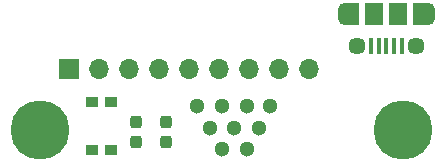
<source format=gbr>
%TF.GenerationSoftware,KiCad,Pcbnew,(6.0.0)*%
%TF.CreationDate,2022-04-23T17:17:18+01:00*%
%TF.ProjectId,BM83 prog,424d3833-2070-4726-9f67-2e6b69636164,rev?*%
%TF.SameCoordinates,Original*%
%TF.FileFunction,Soldermask,Top*%
%TF.FilePolarity,Negative*%
%FSLAX46Y46*%
G04 Gerber Fmt 4.6, Leading zero omitted, Abs format (unit mm)*
G04 Created by KiCad (PCBNEW (6.0.0)) date 2022-04-23 17:17:18*
%MOMM*%
%LPD*%
G01*
G04 APERTURE LIST*
G04 Aperture macros list*
%AMRoundRect*
0 Rectangle with rounded corners*
0 $1 Rounding radius*
0 $2 $3 $4 $5 $6 $7 $8 $9 X,Y pos of 4 corners*
0 Add a 4 corners polygon primitive as box body*
4,1,4,$2,$3,$4,$5,$6,$7,$8,$9,$2,$3,0*
0 Add four circle primitives for the rounded corners*
1,1,$1+$1,$2,$3*
1,1,$1+$1,$4,$5*
1,1,$1+$1,$6,$7*
1,1,$1+$1,$8,$9*
0 Add four rect primitives between the rounded corners*
20,1,$1+$1,$2,$3,$4,$5,0*
20,1,$1+$1,$4,$5,$6,$7,0*
20,1,$1+$1,$6,$7,$8,$9,0*
20,1,$1+$1,$8,$9,$2,$3,0*%
G04 Aperture macros list end*
%ADD10C,1.300000*%
%ADD11C,5.000000*%
%ADD12R,1.700000X1.700000*%
%ADD13O,1.700000X1.700000*%
%ADD14RoundRect,0.237500X0.237500X-0.287500X0.237500X0.287500X-0.237500X0.287500X-0.237500X-0.287500X0*%
%ADD15R,0.400000X1.350000*%
%ADD16R,1.200000X1.900000*%
%ADD17C,1.450000*%
%ADD18R,1.500000X1.900000*%
%ADD19O,1.200000X1.900000*%
%ADD20R,1.000000X0.900000*%
G04 APERTURE END LIST*
D10*
%TO.C,TP34*%
X141500000Y-91144000D03*
%TD*%
%TO.C,TP31*%
X141500000Y-94744000D03*
%TD*%
%TO.C,TP70*%
X143500000Y-91144000D03*
%TD*%
D11*
%TO.C,REF\u002A\u002A*%
X154700000Y-93100000D03*
%TD*%
D12*
%TO.C,J1*%
X126450000Y-88000000D03*
D13*
X128990000Y-88000000D03*
X131530000Y-88000000D03*
X134070000Y-88000000D03*
X136610000Y-88000000D03*
X139150000Y-88000000D03*
X141690000Y-88000000D03*
X144230000Y-88000000D03*
X146770000Y-88000000D03*
%TD*%
D14*
%TO.C,D2*%
X132140744Y-94175000D03*
X132140744Y-92425000D03*
%TD*%
D10*
%TO.C,TP71*%
X138400000Y-92944000D03*
%TD*%
D15*
%TO.C,J2*%
X154600000Y-86052500D03*
X153950000Y-86052500D03*
X153300000Y-86052500D03*
X152650000Y-86052500D03*
X152000000Y-86052500D03*
D16*
X156200000Y-83352500D03*
D17*
X150800000Y-86052500D03*
D16*
X150400000Y-83352500D03*
D18*
X154300000Y-83352500D03*
D19*
X156800000Y-83352500D03*
X149800000Y-83352500D03*
D18*
X152300000Y-83352500D03*
D17*
X155800000Y-86052500D03*
%TD*%
D14*
%TO.C,D1*%
X134640744Y-94175000D03*
X134640744Y-92425000D03*
%TD*%
D20*
%TO.C,MFB*%
X128400000Y-94850000D03*
X128400000Y-90750000D03*
X130000000Y-90750000D03*
X130000000Y-94850000D03*
%TD*%
D10*
%TO.C,TP73*%
X137300000Y-91144000D03*
%TD*%
%TO.C,TP72*%
X140450000Y-92944000D03*
%TD*%
%TO.C,TP33*%
X139366666Y-91144000D03*
%TD*%
%TO.C,TP32*%
X139400000Y-94744000D03*
%TD*%
D11*
%TO.C,*%
X124000000Y-93100000D03*
%TD*%
D10*
%TO.C,TP30*%
X142500000Y-92944000D03*
%TD*%
M02*

</source>
